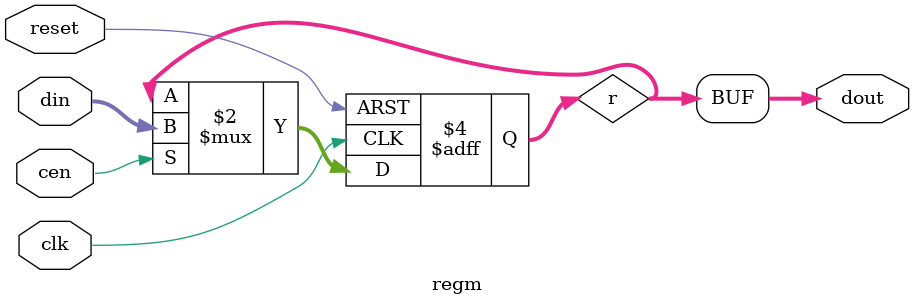
<source format=v>
module regm(clk, reset, cen, din, dout);
   parameter WIDTH= 32;
   
   input clk;
   input reset;
   input cen;
   input [WIDTH-1:0] din;
   output [WIDTH-1:0] dout;

   reg [WIDTH-1:0]    r;

   always @(posedge clk, posedge reset)
     begin
	if (reset)
	  r <= 0;
	else
	  begin
	     if (cen)
	       r <= din;
	  end
     end
   
   assign dout= r;
   
endmodule // regm

</source>
